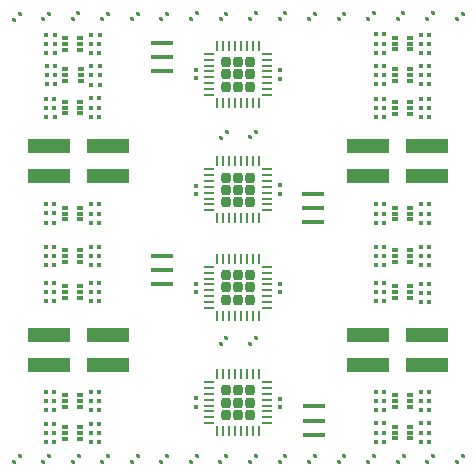
<source format=gbp>
G04 #@! TF.GenerationSoftware,KiCad,Pcbnew,7.0.2-6a45011f42~172~ubuntu22.04.1*
G04 #@! TF.CreationDate,2023-08-07T12:42:53-07:00*
G04 #@! TF.ProjectId,driver_40mm_atmega,64726976-6572-45f3-9430-6d6d5f61746d,rev?*
G04 #@! TF.SameCoordinates,Original*
G04 #@! TF.FileFunction,Paste,Bot*
G04 #@! TF.FilePolarity,Positive*
%FSLAX46Y46*%
G04 Gerber Fmt 4.6, Leading zero omitted, Abs format (unit mm)*
G04 Created by KiCad (PCBNEW 7.0.2-6a45011f42~172~ubuntu22.04.1) date 2023-08-07 12:42:53*
%MOMM*%
%LPD*%
G01*
G04 APERTURE LIST*
G04 Aperture macros list*
%AMRoundRect*
0 Rectangle with rounded corners*
0 $1 Rounding radius*
0 $2 $3 $4 $5 $6 $7 $8 $9 X,Y pos of 4 corners*
0 Add a 4 corners polygon primitive as box body*
4,1,4,$2,$3,$4,$5,$6,$7,$8,$9,$2,$3,0*
0 Add four circle primitives for the rounded corners*
1,1,$1+$1,$2,$3*
1,1,$1+$1,$4,$5*
1,1,$1+$1,$6,$7*
1,1,$1+$1,$8,$9*
0 Add four rect primitives between the rounded corners*
20,1,$1+$1,$2,$3,$4,$5,0*
20,1,$1+$1,$4,$5,$6,$7,0*
20,1,$1+$1,$6,$7,$8,$9,0*
20,1,$1+$1,$8,$9,$2,$3,0*%
G04 Aperture macros list end*
%ADD10R,3.680000X1.270000*%
%ADD11RoundRect,0.207500X-0.207500X-0.207500X0.207500X-0.207500X0.207500X0.207500X-0.207500X0.207500X0*%
%ADD12RoundRect,0.062500X-0.375000X-0.062500X0.375000X-0.062500X0.375000X0.062500X-0.375000X0.062500X0*%
%ADD13RoundRect,0.062500X-0.062500X-0.375000X0.062500X-0.375000X0.062500X0.375000X-0.062500X0.375000X0*%
%ADD14RoundRect,0.207500X0.207500X0.207500X-0.207500X0.207500X-0.207500X-0.207500X0.207500X-0.207500X0*%
%ADD15RoundRect,0.062500X0.375000X0.062500X-0.375000X0.062500X-0.375000X-0.062500X0.375000X-0.062500X0*%
%ADD16RoundRect,0.062500X0.062500X0.375000X-0.062500X0.375000X-0.062500X-0.375000X0.062500X-0.375000X0*%
%ADD17RoundRect,0.079500X0.014849X-0.127279X0.127279X-0.014849X-0.014849X0.127279X-0.127279X0.014849X0*%
%ADD18RoundRect,0.079500X-0.079500X-0.100500X0.079500X-0.100500X0.079500X0.100500X-0.079500X0.100500X0*%
%ADD19RoundRect,0.079500X0.079500X0.100500X-0.079500X0.100500X-0.079500X-0.100500X0.079500X-0.100500X0*%
%ADD20R,0.478000X0.300000*%
%ADD21RoundRect,0.079500X0.100500X-0.079500X0.100500X0.079500X-0.100500X0.079500X-0.100500X-0.079500X0*%
%ADD22RoundRect,0.079500X-0.014849X0.127279X-0.127279X0.014849X0.014849X-0.127279X0.127279X-0.014849X0*%
%ADD23RoundRect,0.079500X-0.100500X0.079500X-0.100500X-0.079500X0.100500X-0.079500X0.100500X0.079500X0*%
%ADD24R,1.900000X0.400000*%
G04 APERTURE END LIST*
D10*
X81025000Y-80770000D03*
X85975000Y-80770000D03*
X81025000Y-78230000D03*
X85975000Y-78230000D03*
X81025000Y-64770000D03*
X85975000Y-64770000D03*
X81025000Y-62230000D03*
X85975000Y-62230000D03*
X54025000Y-80770000D03*
X58975000Y-80770000D03*
X54025000Y-78230000D03*
X58975000Y-78230000D03*
X54025000Y-64770000D03*
X58975000Y-64770000D03*
X54025000Y-62230000D03*
X58975000Y-62230000D03*
D11*
X68960000Y-55132500D03*
X68960000Y-56162500D03*
X68960000Y-57192500D03*
X69990000Y-55132500D03*
X69990000Y-56162500D03*
X69990000Y-57192500D03*
X71020000Y-55132500D03*
X71020000Y-56162500D03*
X71020000Y-57192500D03*
D12*
X67552500Y-57912500D03*
X67552500Y-57412500D03*
X67552500Y-56912500D03*
X67552500Y-56412500D03*
X67552500Y-55912500D03*
X67552500Y-55412500D03*
X67552500Y-54912500D03*
X67552500Y-54412500D03*
D13*
X68240000Y-53725000D03*
X68740000Y-53725000D03*
X69240000Y-53725000D03*
X69740000Y-53725000D03*
X70240000Y-53725000D03*
X70740000Y-53725000D03*
X71240000Y-53725000D03*
X71740000Y-53725000D03*
D12*
X72427500Y-54412500D03*
X72427500Y-54912500D03*
X72427500Y-55412500D03*
X72427500Y-55912500D03*
X72427500Y-56412500D03*
X72427500Y-56912500D03*
X72427500Y-57412500D03*
X72427500Y-57912500D03*
D13*
X71740000Y-58600000D03*
X71240000Y-58600000D03*
X70740000Y-58600000D03*
X70240000Y-58600000D03*
X69740000Y-58600000D03*
X69240000Y-58600000D03*
X68740000Y-58600000D03*
X68240000Y-58600000D03*
D14*
X71032500Y-84980000D03*
X71032500Y-83950000D03*
X71032500Y-82920000D03*
X70002500Y-84980000D03*
X70002500Y-83950000D03*
X70002500Y-82920000D03*
X68972500Y-84980000D03*
X68972500Y-83950000D03*
X68972500Y-82920000D03*
D15*
X72440000Y-82200000D03*
X72440000Y-82700000D03*
X72440000Y-83200000D03*
X72440000Y-83700000D03*
X72440000Y-84200000D03*
X72440000Y-84700000D03*
X72440000Y-85200000D03*
X72440000Y-85700000D03*
D16*
X71752500Y-86387500D03*
X71252500Y-86387500D03*
X70752500Y-86387500D03*
X70252500Y-86387500D03*
X69752500Y-86387500D03*
X69252500Y-86387500D03*
X68752500Y-86387500D03*
X68252500Y-86387500D03*
D15*
X67565000Y-85700000D03*
X67565000Y-85200000D03*
X67565000Y-84700000D03*
X67565000Y-84200000D03*
X67565000Y-83700000D03*
X67565000Y-83200000D03*
X67565000Y-82700000D03*
X67565000Y-82200000D03*
D16*
X68252500Y-81512500D03*
X68752500Y-81512500D03*
X69252500Y-81512500D03*
X69752500Y-81512500D03*
X70252500Y-81512500D03*
X70752500Y-81512500D03*
X71252500Y-81512500D03*
X71752500Y-81512500D03*
D14*
X71020000Y-66957500D03*
X71020000Y-65927500D03*
X71020000Y-64897500D03*
X69990000Y-66957500D03*
X69990000Y-65927500D03*
X69990000Y-64897500D03*
X68960000Y-66957500D03*
X68960000Y-65927500D03*
X68960000Y-64897500D03*
D15*
X72427500Y-64177500D03*
X72427500Y-64677500D03*
X72427500Y-65177500D03*
X72427500Y-65677500D03*
X72427500Y-66177500D03*
X72427500Y-66677500D03*
X72427500Y-67177500D03*
X72427500Y-67677500D03*
D16*
X71740000Y-68365000D03*
X71240000Y-68365000D03*
X70740000Y-68365000D03*
X70240000Y-68365000D03*
X69740000Y-68365000D03*
X69240000Y-68365000D03*
X68740000Y-68365000D03*
X68240000Y-68365000D03*
D15*
X67552500Y-67677500D03*
X67552500Y-67177500D03*
X67552500Y-66677500D03*
X67552500Y-66177500D03*
X67552500Y-65677500D03*
X67552500Y-65177500D03*
X67552500Y-64677500D03*
X67552500Y-64177500D03*
D16*
X68240000Y-63490000D03*
X68740000Y-63490000D03*
X69240000Y-63490000D03*
X69740000Y-63490000D03*
X70240000Y-63490000D03*
X70740000Y-63490000D03*
X71240000Y-63490000D03*
X71740000Y-63490000D03*
D11*
X68950000Y-73170000D03*
X68950000Y-74200000D03*
X68950000Y-75230000D03*
X69980000Y-73170000D03*
X69980000Y-74200000D03*
X69980000Y-75230000D03*
X71010000Y-73170000D03*
X71010000Y-74200000D03*
X71010000Y-75230000D03*
D12*
X67542500Y-75950000D03*
X67542500Y-75450000D03*
X67542500Y-74950000D03*
X67542500Y-74450000D03*
X67542500Y-73950000D03*
X67542500Y-73450000D03*
X67542500Y-72950000D03*
X67542500Y-72450000D03*
D13*
X68230000Y-71762500D03*
X68730000Y-71762500D03*
X69230000Y-71762500D03*
X69730000Y-71762500D03*
X70230000Y-71762500D03*
X70730000Y-71762500D03*
X71230000Y-71762500D03*
X71730000Y-71762500D03*
D12*
X72417500Y-72450000D03*
X72417500Y-72950000D03*
X72417500Y-73450000D03*
X72417500Y-73950000D03*
X72417500Y-74450000D03*
X72417500Y-74950000D03*
X72417500Y-75450000D03*
X72417500Y-75950000D03*
D13*
X71730000Y-76637500D03*
X71230000Y-76637500D03*
X70730000Y-76637500D03*
X70230000Y-76637500D03*
X69730000Y-76637500D03*
X69230000Y-76637500D03*
X68730000Y-76637500D03*
X68230000Y-76637500D03*
D17*
X71010048Y-51489952D03*
X71497952Y-51002048D03*
D18*
X53745000Y-86520000D03*
X54435000Y-86520000D03*
X81688000Y-83080000D03*
X82378000Y-83080000D03*
D19*
X58260000Y-58970000D03*
X57570000Y-58970000D03*
D20*
X56658000Y-55740000D03*
X56658000Y-56240000D03*
X56658000Y-56740000D03*
X55382000Y-56740000D03*
X55382000Y-56240000D03*
X55382000Y-55740000D03*
D18*
X53765000Y-54350000D03*
X54455000Y-54350000D03*
X81683000Y-84610000D03*
X82373000Y-84610000D03*
D17*
X56010048Y-88989952D03*
X56497952Y-88502048D03*
D19*
X86188000Y-84600000D03*
X85498000Y-84600000D03*
D17*
X51006048Y-88993952D03*
X51493952Y-88506048D03*
D18*
X81670000Y-68720000D03*
X82360000Y-68720000D03*
X81690000Y-70770000D03*
X82380000Y-70770000D03*
X53740000Y-73850000D03*
X54430000Y-73850000D03*
D19*
X58233000Y-84610000D03*
X57543000Y-84610000D03*
D17*
X66010048Y-51489952D03*
X66497952Y-51002048D03*
X71020048Y-88979952D03*
X71507952Y-88492048D03*
D19*
X58250000Y-54350000D03*
X57560000Y-54350000D03*
X58265000Y-52790000D03*
X57575000Y-52790000D03*
X58240000Y-67180000D03*
X57550000Y-67180000D03*
X58260000Y-59740000D03*
X57570000Y-59740000D03*
D17*
X86020048Y-88979952D03*
X86507952Y-88492048D03*
X88510048Y-51499952D03*
X88997952Y-51012048D03*
D18*
X81650000Y-58980000D03*
X82340000Y-58980000D03*
D17*
X63500048Y-51499952D03*
X63987952Y-51012048D03*
D19*
X58240000Y-86510000D03*
X57550000Y-86510000D03*
D17*
X66010048Y-88989952D03*
X66497952Y-88502048D03*
D20*
X84558000Y-67450000D03*
X84558000Y-67950000D03*
X84558000Y-68450000D03*
X83282000Y-68450000D03*
X83282000Y-67950000D03*
X83282000Y-67450000D03*
D18*
X53745000Y-68730000D03*
X54435000Y-68730000D03*
D19*
X86170000Y-75410000D03*
X85480000Y-75410000D03*
D17*
X73520048Y-88979952D03*
X74007952Y-88492048D03*
D19*
X58240000Y-70800000D03*
X57550000Y-70800000D03*
D21*
X66430000Y-74560000D03*
X66430000Y-73870000D03*
D17*
X78512348Y-88987652D03*
X79000252Y-88499748D03*
D22*
X69017652Y-61022348D03*
X68529748Y-61510252D03*
D17*
X81000048Y-88999952D03*
X81487952Y-88512048D03*
D18*
X53765000Y-52800000D03*
X54455000Y-52800000D03*
D23*
X73552500Y-83606000D03*
X73552500Y-84296000D03*
D19*
X58240000Y-74620000D03*
X57550000Y-74620000D03*
X86170000Y-55480000D03*
X85480000Y-55480000D03*
D18*
X53743000Y-83060000D03*
X54433000Y-83060000D03*
D21*
X66450000Y-56510000D03*
X66450000Y-55820000D03*
D20*
X56628000Y-74120000D03*
X56628000Y-74620000D03*
X56628000Y-75120000D03*
X55352000Y-75120000D03*
X55352000Y-74620000D03*
X55352000Y-74120000D03*
D18*
X81678000Y-85720000D03*
X82368000Y-85720000D03*
D19*
X86188000Y-83830000D03*
X85498000Y-83830000D03*
D18*
X53743000Y-84610000D03*
X54433000Y-84610000D03*
D19*
X58243000Y-83070000D03*
X57553000Y-83070000D03*
D17*
X53510048Y-51499952D03*
X53997952Y-51012048D03*
D20*
X84560000Y-74120000D03*
X84560000Y-74620000D03*
X84560000Y-75120000D03*
X83284000Y-75120000D03*
X83284000Y-74620000D03*
X83284000Y-74120000D03*
D18*
X53765000Y-59750000D03*
X54455000Y-59750000D03*
D17*
X68502348Y-88997652D03*
X68990252Y-88509748D03*
D18*
X53750000Y-72340000D03*
X54440000Y-72340000D03*
X53778000Y-57020000D03*
X54468000Y-57020000D03*
D19*
X86178000Y-87260000D03*
X85488000Y-87260000D03*
X86170000Y-56250000D03*
X85480000Y-56250000D03*
D17*
X68510048Y-51499952D03*
X68997952Y-51012048D03*
D23*
X73540000Y-65571500D03*
X73540000Y-66261500D03*
D18*
X53740000Y-85750000D03*
X54430000Y-85750000D03*
D19*
X86168000Y-54330000D03*
X85478000Y-54330000D03*
D17*
X76010048Y-51499952D03*
X76497952Y-51012048D03*
D24*
X76400000Y-84275000D03*
X76400000Y-85475000D03*
X76400000Y-86675000D03*
D19*
X58268000Y-56250000D03*
X57578000Y-56250000D03*
X58260000Y-58200000D03*
X57570000Y-58200000D03*
D17*
X83516048Y-88983952D03*
X84003952Y-88496048D03*
D20*
X56630000Y-71070000D03*
X56630000Y-71570000D03*
X56630000Y-72070000D03*
X55354000Y-72070000D03*
X55354000Y-71570000D03*
X55354000Y-71070000D03*
D23*
X73530000Y-55830000D03*
X73530000Y-56520000D03*
D19*
X86168000Y-53560000D03*
X85478000Y-53560000D03*
D23*
X73520000Y-73870000D03*
X73520000Y-74560000D03*
D19*
X58240000Y-71570000D03*
X57550000Y-71570000D03*
X58235000Y-85740000D03*
X57545000Y-85740000D03*
D17*
X86010048Y-51489952D03*
X86497952Y-51002048D03*
D19*
X58245000Y-53580000D03*
X57555000Y-53580000D03*
D18*
X53740000Y-74620000D03*
X54430000Y-74620000D03*
D19*
X86180000Y-71540000D03*
X85490000Y-71540000D03*
D24*
X76375000Y-66250000D03*
X76375000Y-67450000D03*
X76375000Y-68650000D03*
D18*
X81670000Y-74620000D03*
X82360000Y-74620000D03*
D17*
X88510048Y-88989952D03*
X88997952Y-88502048D03*
D18*
X81660000Y-59750000D03*
X82350000Y-59750000D03*
D17*
X58510048Y-88989952D03*
X58997952Y-88502048D03*
D18*
X81678000Y-87270000D03*
X82368000Y-87270000D03*
X53778000Y-56230000D03*
X54468000Y-56230000D03*
X81688000Y-86490000D03*
X82378000Y-86490000D03*
D17*
X53510048Y-88989952D03*
X53997952Y-88502048D03*
X61020048Y-88979952D03*
X61507952Y-88492048D03*
X78510048Y-51499952D03*
X78997952Y-51012048D03*
D19*
X86183000Y-83060000D03*
X85493000Y-83060000D03*
D18*
X81670000Y-57010000D03*
X82360000Y-57010000D03*
D19*
X86178000Y-86490000D03*
X85488000Y-86490000D03*
D18*
X81678000Y-53550000D03*
X82368000Y-53550000D03*
D17*
X81000048Y-51489952D03*
X81487952Y-51002048D03*
D18*
X53740000Y-87290000D03*
X54430000Y-87290000D03*
X53765000Y-53570000D03*
X54455000Y-53570000D03*
D20*
X56646000Y-58470000D03*
X56646000Y-58970000D03*
X56646000Y-59470000D03*
X55370000Y-59470000D03*
X55370000Y-58970000D03*
X55370000Y-58470000D03*
D18*
X81688000Y-83840000D03*
X82378000Y-83840000D03*
X53755000Y-67180000D03*
X54445000Y-67180000D03*
X53778000Y-55470000D03*
X54468000Y-55470000D03*
D19*
X86170000Y-73870000D03*
X85480000Y-73870000D03*
D18*
X81670000Y-73860000D03*
X82360000Y-73860000D03*
D17*
X83506048Y-51493952D03*
X83993952Y-51006048D03*
D20*
X56635000Y-67450000D03*
X56635000Y-67950000D03*
X56635000Y-68450000D03*
X55359000Y-68450000D03*
X55359000Y-67950000D03*
X55359000Y-67450000D03*
D19*
X86170000Y-67180000D03*
X85480000Y-67180000D03*
X58235000Y-73860000D03*
X57545000Y-73860000D03*
D17*
X73510048Y-51489952D03*
X73997952Y-51002048D03*
D20*
X84556000Y-53050000D03*
X84556000Y-53550000D03*
X84556000Y-54050000D03*
X83280000Y-54050000D03*
X83280000Y-53550000D03*
X83280000Y-53050000D03*
D18*
X53750000Y-71570000D03*
X54440000Y-71570000D03*
X53748000Y-83830000D03*
X54438000Y-83830000D03*
D20*
X83300000Y-84340000D03*
X83300000Y-83840000D03*
X83300000Y-83340000D03*
X84576000Y-83340000D03*
X84576000Y-83840000D03*
X84576000Y-84340000D03*
D17*
X63510048Y-88989952D03*
X63997952Y-88502048D03*
X70992048Y-61497952D03*
X71479952Y-61010048D03*
D18*
X81670000Y-56240000D03*
X82360000Y-56240000D03*
D22*
X68997952Y-78522048D03*
X68510048Y-79009952D03*
D20*
X84540000Y-58480000D03*
X84540000Y-58980000D03*
X84540000Y-59480000D03*
X83264000Y-59480000D03*
X83264000Y-58980000D03*
X83264000Y-58480000D03*
D19*
X86170000Y-57020000D03*
X85480000Y-57020000D03*
X58240000Y-87280000D03*
X57550000Y-87280000D03*
X86150000Y-59760000D03*
X85460000Y-59760000D03*
D17*
X51020048Y-51519952D03*
X51507952Y-51032048D03*
D18*
X53750000Y-58220000D03*
X54440000Y-58220000D03*
D17*
X61000048Y-51499952D03*
X61487952Y-51012048D03*
D19*
X58268000Y-57030000D03*
X57578000Y-57030000D03*
D20*
X56645000Y-53070000D03*
X56645000Y-53570000D03*
X56645000Y-54070000D03*
X55369000Y-54070000D03*
X55369000Y-53570000D03*
X55369000Y-53070000D03*
D17*
X71010048Y-78979952D03*
X71497952Y-78492048D03*
D19*
X86150000Y-58210000D03*
X85460000Y-58210000D03*
D18*
X53755000Y-58980000D03*
X54445000Y-58980000D03*
D24*
X63575000Y-73900000D03*
X63575000Y-72700000D03*
X63575000Y-71500000D03*
D18*
X81650000Y-58210000D03*
X82340000Y-58210000D03*
D20*
X84558000Y-55750000D03*
X84558000Y-56250000D03*
X84558000Y-56750000D03*
X83282000Y-56750000D03*
X83282000Y-56250000D03*
X83282000Y-55750000D03*
X56626000Y-86020000D03*
X56626000Y-86520000D03*
X56626000Y-87020000D03*
X55350000Y-87020000D03*
X55350000Y-86520000D03*
X55350000Y-86020000D03*
X84568000Y-85990000D03*
X84568000Y-86490000D03*
X84568000Y-86990000D03*
X83292000Y-86990000D03*
X83292000Y-86490000D03*
X83292000Y-85990000D03*
D19*
X58268000Y-55480000D03*
X57578000Y-55480000D03*
X86168000Y-52790000D03*
X85478000Y-52790000D03*
D18*
X81670000Y-55480000D03*
X82360000Y-55480000D03*
D21*
X66460000Y-84295000D03*
X66460000Y-83605000D03*
D19*
X58245000Y-68720000D03*
X57555000Y-68720000D03*
D18*
X81660000Y-67180000D03*
X82350000Y-67180000D03*
D20*
X84570000Y-71040000D03*
X84570000Y-71540000D03*
X84570000Y-72040000D03*
X83294000Y-72040000D03*
X83294000Y-71540000D03*
X83294000Y-71040000D03*
D19*
X86170000Y-68730000D03*
X85480000Y-68730000D03*
D18*
X81678000Y-54320000D03*
X82368000Y-54320000D03*
D19*
X86180000Y-70770000D03*
X85490000Y-70770000D03*
D24*
X63575000Y-55875000D03*
X63575000Y-54675000D03*
X63575000Y-53475000D03*
D19*
X86180000Y-72310000D03*
X85490000Y-72310000D03*
X58245000Y-67950000D03*
X57555000Y-67950000D03*
D17*
X76010048Y-88999952D03*
X76497952Y-88512048D03*
D19*
X58240000Y-72340000D03*
X57550000Y-72340000D03*
X58240000Y-75390000D03*
X57550000Y-75390000D03*
D18*
X81670000Y-67950000D03*
X82360000Y-67950000D03*
X53740000Y-75390000D03*
X54430000Y-75390000D03*
D19*
X86178000Y-85720000D03*
X85488000Y-85720000D03*
D18*
X53755000Y-67940000D03*
X54445000Y-67940000D03*
D19*
X58238000Y-83840000D03*
X57548000Y-83840000D03*
D18*
X81690000Y-71540000D03*
X82380000Y-71540000D03*
X81675000Y-75390000D03*
X82365000Y-75390000D03*
X53745000Y-70790000D03*
X54435000Y-70790000D03*
D20*
X56628000Y-83340000D03*
X56628000Y-83840000D03*
X56628000Y-84340000D03*
X55352000Y-84340000D03*
X55352000Y-83840000D03*
X55352000Y-83340000D03*
D19*
X86150000Y-58980000D03*
X85460000Y-58980000D03*
X86170000Y-74640000D03*
X85480000Y-74640000D03*
X86170000Y-67950000D03*
X85480000Y-67950000D03*
D17*
X58500048Y-51499952D03*
X58987952Y-51012048D03*
X55996048Y-51493952D03*
X56483952Y-51006048D03*
D21*
X66450000Y-66300000D03*
X66450000Y-65610000D03*
D18*
X81678000Y-52780000D03*
X82368000Y-52780000D03*
X81680000Y-72310000D03*
X82370000Y-72310000D03*
M02*

</source>
